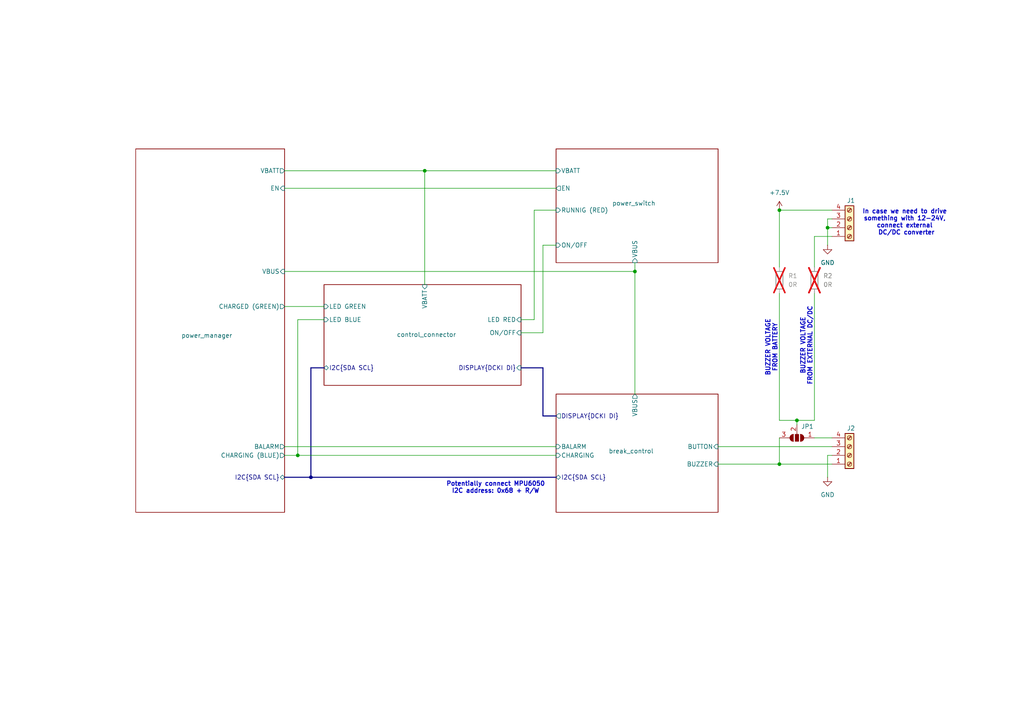
<source format=kicad_sch>
(kicad_sch (version 20250114) (generator "eeschema") (generator_version "9.0")
  (paper "A4")
  (title_block (title "Remote Break Main Board") (date "2024-12-15") (rev "1.0"))
  (lib_symbols
    (symbol "Connector:Screw_Terminal_01x04" (pin_names (offset 1.016) (hide yes))
      (property "Reference" "J" (at 0 5.08 0))
      (property "Value" "Screw_Terminal_01x04" (at 0 -7.62 0))
      (symbol "Screw_Terminal_01x04_1_1"
        (rectangle (start -1.27 3.81) (end 1.27 -6.35) (stroke (width 0.254)) (fill (type background)))
        (polyline (pts (xy -0.5334 2.8702) (xy 0.3302 2.032)) (stroke (width 0.1524)))
        (polyline (pts (xy -0.5334 0.3302) (xy 0.3302 -0.508)) (stroke (width 0.1524)))
        (polyline (pts (xy -0.5334 -2.2098) (xy 0.3302 -3.048)) (stroke (width 0.1524)))
        (polyline (pts (xy -0.5334 -4.7498) (xy 0.3302 -5.588)) (stroke (width 0.1524)))
        (polyline (pts (xy -0.3556 3.048) (xy 0.508 2.2098)) (stroke (width 0.1524)))
        (polyline (pts (xy -0.3556 0.508) (xy 0.508 -0.3302)) (stroke (width 0.1524)))
        (polyline (pts (xy -0.3556 -2.032) (xy 0.508 -2.8702)) (stroke (width 0.1524)))
        (polyline (pts (xy -0.3556 -4.572) (xy 0.508 -5.4102)) (stroke (width 0.1524)))
        (circle (center 0 2.54) (radius 0.635) (stroke (width 0.1524)))
        (circle (center 0 0) (radius 0.635) (stroke (width 0.1524)))
        (circle (center 0 -2.54) (radius 0.635) (stroke (width 0.1524)))
        (circle (center 0 -5.08) (radius 0.635) (stroke (width 0.1524)))
        (pin passive line (at -5.08 2.54 0) (length 3.81) (name "Pin_1") (number "1"))
        (pin passive line (at -5.08 0 0) (length 3.81) (name "Pin_2") (number "2"))
        (pin passive line (at -5.08 -2.54 0) (length 3.81) (name "Pin_3") (number "3"))
        (pin passive line (at -5.08 -5.08 0) (length 3.81) (name "Pin_4") (number "4"))
      )
    )
    (symbol "Device:R" (pin_numbers (hide yes)) (pin_names (offset 0))
      (property "Reference" "R" (at 2.032 0 90))
      (property "Value" "R" (at 0 0 90))
      (symbol "R_0_1"
        (rectangle (start -1.016 -2.54) (end 1.016 2.54) (stroke (width 0.254)))
      )
      (symbol "R_1_1"
        (pin passive line (at 0 3.81 270) (length 1.27) (name "~") (number "1"))
        (pin passive line (at 0 -3.81 90) (length 1.27) (name "~") (number "2"))
      )
    )
    (symbol "Jumper:SolderJumper_3_Open" (pin_names (offset 0) (hide yes)) (exclude_from_sim yes) (in_bom no)
      (property "Reference" "JP" (at -2.54 -2.54 0))
      (property "Value" "SolderJumper_3_Open" (at 0 2.794 0))
      (symbol "SolderJumper_3_Open_0_1"
        (polyline (pts (xy -2.54 0) (xy -2.032 0)))
        (polyline (pts (xy -1.016 1.016) (xy -1.016 -1.016)))
        (arc (start -1.016 -1.016) (mid -2.0276 0) (end -1.016 1.016))
        (arc (start -1.016 -1.016) (mid -2.0276 0) (end -1.016 1.016) (fill (type outline)))
        (rectangle (start -0.508 1.016) (end 0.508 -1.016) (fill (type outline)))
        (polyline (pts (xy 0 -1.27) (xy 0 -1.016)))
        (arc (start 1.016 1.016) (mid 2.0276 0) (end 1.016 -1.016))
        (arc (start 1.016 1.016) (mid 2.0276 0) (end 1.016 -1.016) (fill (type outline)))
        (polyline (pts (xy 1.016 1.016) (xy 1.016 -1.016)))
        (polyline (pts (xy 2.54 0) (xy 2.032 0)))
      )
      (symbol "SolderJumper_3_Open_1_1"
        (pin passive line (at -5.08 0 0) (length 2.54) (name "A") (number "1"))
        (pin passive line (at 0 -3.81 90) (length 2.54) (name "C") (number "2"))
        (pin passive line (at 5.08 0 180) (length 2.54) (name "B") (number "3"))
      )
    )
    (symbol "power:+7.5V" (power) (pin_numbers (hide yes)) (pin_names (offset 0) (hide yes))
      (property "Value" "+7.5V" (at 0 3.556 0))
      (symbol "+7.5V_0_1"
        (polyline (pts (xy -0.762 1.27) (xy 0 2.54)))
        (polyline (pts (xy 0 2.54) (xy 0.762 1.27)))
        (polyline (pts (xy 0 0) (xy 0 2.54)))
      )
      (symbol "+7.5V_1_1"
        (pin power_in line (at 0 0 90) (length 0) (name "~") (number "1"))
      )
    )
    (symbol "power:GND" (power) (pin_numbers (hide yes)) (pin_names (offset 0) (hide yes))
      (property "Value" "GND" (at 0 -3.81 0))
      (symbol "GND_0_1"
        (polyline (pts (xy 0 0) (xy 0 -1.27) (xy 1.27 -1.27) (xy 0 -2.54) (xy -1.27 -1.27) (xy 0 -1.27)))
      )
      (symbol "GND_1_1"
        (pin power_in line (at 0 0 270) (length 0) (name "~") (number "1"))
      )
    )
  )
  (bus_alias "I2C" (members "SDA" "SCL"))
  (text "Potentially connect MPU6050\nI2C address: 0x68 + R/W" (at 143.764 141.478 0) (effects (font (size 1.27 1.27) (thickness 0.254) (bold yes))))
  (text "BUZZER VOLTAGE\nFROM BATTERY" (at 223.774 100.838 90) (effects (font (size 1.27 1.27) (thickness 0.254) (bold yes))))
  (text "BUZZER VOLTAGE\nFROM EXTERNAL DC/DC" (at 233.934 100.33 90) (effects (font (size 1.27 1.27) (thickness 0.254) (bold yes))))
  (text "In case we need to drive \nsomething with 12-24V, \nconnect external \nDC/DC converter" (at 262.89 64.516 0) (effects (font (size 1.27 1.27) (thickness 0.254) (bold yes))))
  (junction (at 226.06 60.96))
  (junction (at 240.03 66.04))
  (junction (at 90.17 138.43))
  (junction (at 184.15 78.74))
  (junction (at 226.06 134.62))
  (junction (at 123.19 49.53))
  (junction (at 231.14 121.92))
  (junction (at 86.36 132.08))
  (wire (pts (xy 241.3 63.5) (xy 240.03 63.5)))
  (wire (pts (xy 82.55 129.54) (xy 161.29 129.54)))
  (wire (pts (xy 240.03 63.5) (xy 240.03 66.04)))
  (wire (pts (xy 231.14 123.19) (xy 231.14 121.92)))
  (wire (pts (xy 226.06 134.62) (xy 241.3 134.62)))
  (wire (pts (xy 226.06 127) (xy 226.06 134.62)))
  (wire (pts (xy 151.13 92.71) (xy 154.94 92.71)))
  (wire (pts (xy 184.15 78.74) (xy 184.15 76.2)))
  (wire (pts (xy 240.03 66.04) (xy 241.3 66.04)))
  (wire (pts (xy 236.22 68.58) (xy 241.3 68.58)))
  (bus (pts (xy 93.98 106.68) (xy 90.17 106.68)))
  (bus (pts (xy 161.29 120.65) (xy 157.48 120.65)))
  (wire (pts (xy 240.03 71.12) (xy 240.03 66.04)))
  (wire (pts (xy 208.28 134.62) (xy 226.06 134.62)))
  (wire (pts (xy 240.03 132.08) (xy 240.03 138.43)))
  (wire (pts (xy 208.28 129.54) (xy 241.3 129.54)))
  (wire (pts (xy 226.06 85.09) (xy 226.06 121.92)))
  (bus (pts (xy 90.17 106.68) (xy 90.17 138.43)))
  (wire (pts (xy 236.22 127) (xy 241.3 127)))
  (wire (pts (xy 82.55 132.08) (xy 86.36 132.08)))
  (bus (pts (xy 157.48 120.65) (xy 157.48 106.68)))
  (bus (pts (xy 82.55 138.43) (xy 90.17 138.43)))
  (wire (pts (xy 123.19 49.53) (xy 161.29 49.53)))
  (wire (pts (xy 240.03 132.08) (xy 241.3 132.08)))
  (wire (pts (xy 231.14 121.92) (xy 236.22 121.92)))
  (bus (pts (xy 90.17 138.43) (xy 161.29 138.43)))
  (wire (pts (xy 154.94 60.96) (xy 161.29 60.96)))
  (wire (pts (xy 157.48 71.12) (xy 157.48 96.52)))
  (wire (pts (xy 93.98 92.71) (xy 86.36 92.71)))
  (wire (pts (xy 236.22 121.92) (xy 236.22 85.09)))
  (wire (pts (xy 86.36 132.08) (xy 161.29 132.08)))
  (wire (pts (xy 86.36 92.71) (xy 86.36 132.08)))
  (wire (pts (xy 161.29 71.12) (xy 157.48 71.12)))
  (wire (pts (xy 123.19 49.53) (xy 123.19 82.55)))
  (bus (pts (xy 157.48 106.68) (xy 151.13 106.68)))
  (wire (pts (xy 231.14 121.92) (xy 226.06 121.92)))
  (wire (pts (xy 82.55 88.9) (xy 93.98 88.9)))
  (wire (pts (xy 236.22 68.58) (xy 236.22 77.47)))
  (wire (pts (xy 82.55 78.74) (xy 184.15 78.74)))
  (wire (pts (xy 82.55 49.53) (xy 123.19 49.53)))
  (wire (pts (xy 154.94 92.71) (xy 154.94 60.96)))
  (wire (pts (xy 226.06 60.96) (xy 226.06 77.47)))
  (wire (pts (xy 184.15 78.74) (xy 184.15 114.3)))
  (wire (pts (xy 226.06 60.96) (xy 241.3 60.96)))
  (wire (pts (xy 82.55 54.61) (xy 161.29 54.61)))
  (wire (pts (xy 157.48 96.52) (xy 151.13 96.52)))
  (symbol (lib_id "Jumper:SolderJumper_3_Open") (at 231.14 127 180) (unit 1)
    (property "Reference" "JP1" (at 234.188 123.698 0))
    (property "Value" "SolderJumper_3_Open" (effects (hide yes)))
    (property "Footprint" "Jumper:SolderJumper-3_P1.3mm_Open_RoundedPad1.0x1.5mm" (effects (hide yes)))
    (property "Description" "Solder Jumper, 3-pole, open" (effects (hide yes)))
  )
  (symbol (lib_id "power:GND") (at 240.03 138.43 0) (unit 1)
    (property "Reference" "#PWR02" (effects (hide yes)))
    (property "Value" "GND" (at 240.03 143.51 0))
    (property "Description" "Power symbol creates a global label with name \"GND\" , ground" (effects (hide yes)))
  )
  (symbol (lib_id "Connector:Screw_Terminal_01x04") (at 246.38 132.08 0) (mirror x) (unit 1)
    (property "Reference" "J2" (at 245.618 124.206 0) (effects (justify left)))
    (property "Value" "Screw_Terminal_01x04" (effects (hide yes)))
    (property "Footprint" "TerminalBlock_Phoenix:TerminalBlock_Phoenix_MPT-0,5-4-2.54_1x04_P2.54mm_Horizontal" (effects (hide yes)))
    (property "Description" "Generic screw terminal, single row, 01x04, script generated (kicad-library-utils/schlib/autogen/connector/)" (effects (hide yes)))
  )
  (symbol (lib_id "power:GND") (at 240.03 71.12 0) (unit 1)
    (property "Reference" "#PWR03" (effects (hide yes)))
    (property "Value" "GND" (at 240.03 76.2 0))
    (property "Description" "Power symbol creates a global label with name \"GND\" , ground" (effects (hide yes)))
  )
  (symbol (lib_id "Device:R") (at 236.22 81.28 0) (mirror y) (unit 1) (dnp yes)
    (property "Reference" "R2" (at 238.76 80.0099 0) (effects (justify right)))
    (property "Value" "0R" (at 238.76 82.5499 0) (effects (justify right)))
    (property "Footprint" "Resistor_SMD:R_0805_2012Metric_Pad1.20x1.40mm_HandSolder" (effects (hide yes)))
    (property "Description" "Resistor" (effects (hide yes)))
  )
  (symbol (lib_id "power:+7.5V") (at 226.06 60.96 0) (unit 1)
    (property "Reference" "#PWR01" (effects (hide yes)))
    (property "Value" "+7.5V" (at 226.06 55.88 0))
    (property "Description" "Power symbol creates a global label with name \"+7.5V\"" (effects (hide yes)))
  )
  (symbol (lib_id "Connector:Screw_Terminal_01x04") (at 246.38 66.04 0) (mirror x) (unit 1)
    (property "Reference" "J1" (at 245.618 58.166 0) (effects (justify left)))
    (property "Value" "Screw_Terminal_01x04" (effects (hide yes)))
    (property "Footprint" "TerminalBlock_Phoenix:TerminalBlock_Phoenix_MPT-0,5-4-2.54_1x04_P2.54mm_Horizontal" (effects (hide yes)))
    (property "Description" "Generic screw terminal, single row, 01x04, script generated (kicad-library-utils/schlib/autogen/connector/)" (effects (hide yes)))
  )
  (symbol (lib_id "Device:R") (at 226.06 81.28 0) (mirror y) (unit 1) (dnp yes)
    (property "Reference" "R1" (at 228.6 80.0099 0) (effects (justify right)))
    (property "Value" "0R" (at 228.6 82.5499 0) (effects (justify right)))
    (property "Footprint" "Resistor_SMD:R_0805_2012Metric_Pad1.20x1.40mm_HandSolder" (effects (hide yes)))
    (property "Description" "Resistor" (effects (hide yes)))
  )
  (sheet (at 161.29 43.18) (size 46.99 33.02) (stroke (width 0.1524))
    (property "Sheetname" "power_switch" (at 177.546 59.69 0) (effects (justify left bottom)))
    (property "Sheetfile" "power_switch.kicad_sch" (effects (hide yes)))
    (pin "VBATT" input (at 161.29 49.53 180))
    (pin "EN" output (at 161.29 54.61 180))
    (pin "VBUS" input (at 184.15 76.2 270))
    (pin "RUNNIG (RED)" input (at 161.29 60.96 180))
    (pin "ON{slash}OFF" input (at 161.29 71.12 180))
  )
  (sheet (at 161.29 114.3) (size 46.99 34.29) (stroke (width 0.1524))
    (property "Sheetname" "break_control" (at 176.53 131.572 0) (effects (justify left bottom)))
    (property "Sheetfile" "break_control.kicad_sch" (effects (hide yes)))
    (pin "VBUS" output (at 184.15 114.3 90))
    (pin "BUTTON" input (at 208.28 129.54 0))
    (pin "BALARM" input (at 161.29 129.54 180))
    (pin "CHARGING" input (at 161.29 132.08 180))
    (pin "BUZZER" input (at 208.28 134.62 0))
    (pin "I2C{SDA SCL}" bidirectional (at 161.29 138.43 180))
    (pin "DISPLAY{DCKI DI}" output (at 161.29 120.65 180))
  )
  (sheet (at 39.37 43.18) (size 43.18 105.41) (stroke (width 0.1524))
    (property "Sheetname" "power_manager" (at 52.578 98.044 0) (effects (justify left bottom)))
    (property "Sheetfile" "power_manager.kicad_sch" (effects (hide yes)))
    (pin "VBATT" output (at 82.55 49.53 0))
    (pin "VBUS" input (at 82.55 78.74 0))
    (pin "BALARM" output (at 82.55 129.54 0))
    (pin "EN" input (at 82.55 54.61 0))
    (pin "CHARGING (BLUE)" output (at 82.55 132.08 0))
    (pin "CHARGED (GREEN)" output (at 82.55 88.9 0))
    (pin "I2C{SDA SCL}" bidirectional (at 82.55 138.43 0))
  )
  (sheet (at 93.98 82.55) (size 57.15 29.21) (stroke (width 0.1524))
    (property "Sheetname" "control_connector" (at 115.062 97.79 0) (effects (justify left bottom)))
    (property "Sheetfile" "control_connector.kicad_sch" (effects (hide yes)))
    (pin "ON{slash}OFF" input (at 151.13 96.52 0))
    (pin "LED GREEN" input (at 93.98 88.9 180))
    (pin "LED RED" input (at 151.13 92.71 0))
    (pin "LED BLUE" input (at 93.98 92.71 180))
    (pin "VBATT" input (at 123.19 82.55 90))
    (pin "I2C{SDA SCL}" bidirectional (at 93.98 106.68 180))
    (pin "DISPLAY{DCKI DI}" input (at 151.13 106.68 0))
  )
)
</source>
